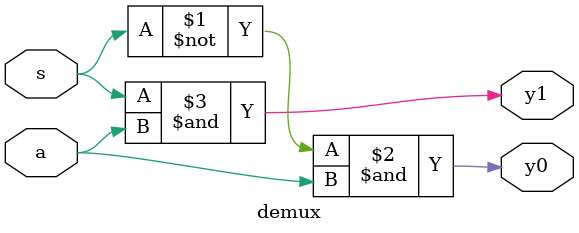
<source format=v>
module demux(
input a,s,
output y0,y1);
assign y0 = ~s & a;
assign y1 = s & a;
endmodule


</source>
